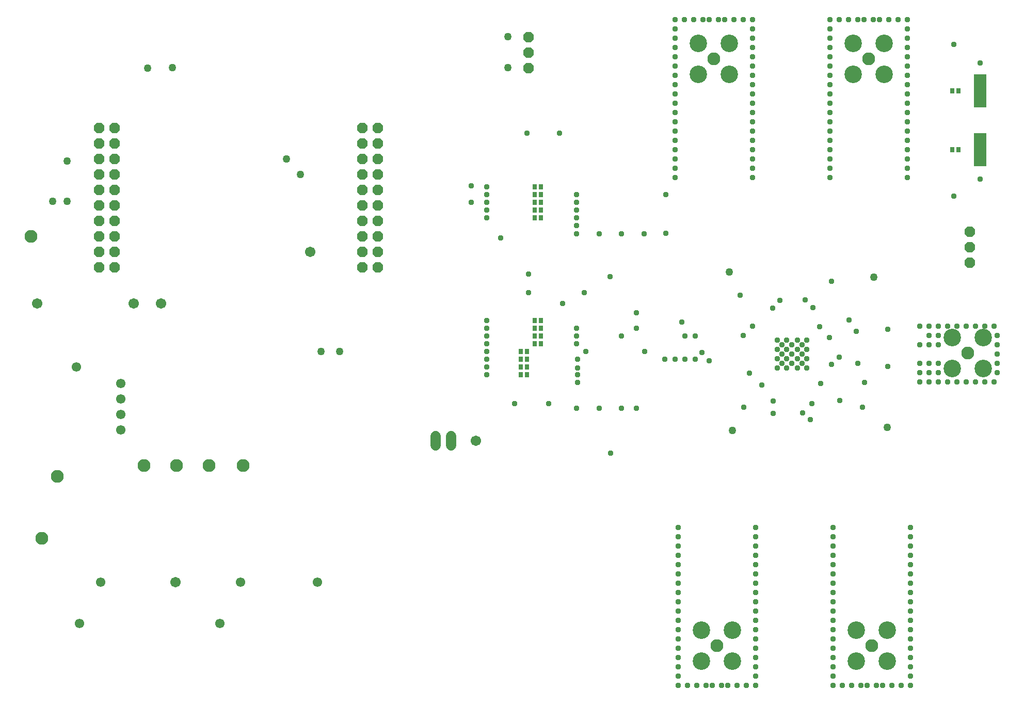
<source format=gbr>
G04 EAGLE Gerber RS-274X export*
G75*
%MOMM*%
%FSLAX34Y34*%
%LPD*%
%INSoldermask Bottom*%
%IPPOS*%
%AMOC8*
5,1,8,0,0,1.08239X$1,22.5*%
G01*
%ADD10R,2.133600X5.537200*%
%ADD11R,0.803200X0.903200*%
%ADD12P,1.852186X8X112.500000*%
%ADD13C,2.108200*%
%ADD14C,2.870200*%
%ADD15P,1.852186X8X292.500000*%
%ADD16C,1.711200*%
%ADD17C,1.553200*%
%ADD18C,1.703200*%
%ADD19C,0.959600*%
%ADD20C,1.259600*%


D10*
X1597914Y904367D03*
X1597914Y1000887D03*
D11*
X1552020Y904240D03*
X1562020Y904240D03*
X1552020Y1000760D03*
X1562020Y1000760D03*
D12*
X584200Y711200D03*
X609600Y711200D03*
X584200Y736600D03*
X609600Y736600D03*
X584200Y762000D03*
X609600Y762000D03*
X584200Y787400D03*
X609600Y787400D03*
X584200Y812800D03*
X609600Y812800D03*
X584200Y838200D03*
X609600Y838200D03*
X584200Y863600D03*
X609600Y863600D03*
X584200Y889000D03*
X609600Y889000D03*
X584200Y914400D03*
X609600Y914400D03*
X584200Y939800D03*
X609600Y939800D03*
X152400Y711200D03*
X177800Y711200D03*
X152400Y736600D03*
X177800Y736600D03*
X152400Y762000D03*
X177800Y762000D03*
X152400Y787400D03*
X177800Y787400D03*
X152400Y812800D03*
X177800Y812800D03*
X152400Y838200D03*
X177800Y838200D03*
X152400Y863600D03*
X177800Y863600D03*
X152400Y889000D03*
X177800Y889000D03*
X152400Y914400D03*
X177800Y914400D03*
X152400Y939800D03*
X177800Y939800D03*
D13*
X1577340Y570230D03*
D14*
X1551841Y595729D03*
X1602839Y595729D03*
X1602839Y544731D03*
X1551841Y544731D03*
D13*
X1165860Y90170D03*
D14*
X1140361Y115669D03*
X1191359Y115669D03*
X1191359Y64671D03*
X1140361Y64671D03*
D13*
X1419860Y90170D03*
D14*
X1394361Y115669D03*
X1445359Y115669D03*
X1445359Y64671D03*
X1394361Y64671D03*
D13*
X1414780Y1052830D03*
D14*
X1389281Y1078329D03*
X1440279Y1078329D03*
X1440279Y1027331D03*
X1389281Y1027331D03*
D13*
X1160780Y1052830D03*
D14*
X1135281Y1078329D03*
X1186279Y1078329D03*
X1186279Y1027331D03*
X1135281Y1027331D03*
D12*
X1580642Y718820D03*
X1580642Y744220D03*
X1580642Y769620D03*
D15*
X857250Y1088898D03*
X857250Y1063498D03*
X857250Y1038098D03*
D11*
X867490Y830580D03*
X877490Y830580D03*
X867490Y817880D03*
X877490Y817880D03*
X867490Y805180D03*
X877490Y805180D03*
X867490Y792480D03*
X877490Y792480D03*
X867490Y623570D03*
X877490Y623570D03*
X867490Y610870D03*
X877490Y610870D03*
X867490Y598170D03*
X877490Y598170D03*
X867490Y585470D03*
X877490Y585470D03*
D16*
X704850Y434260D02*
X704850Y419180D01*
X730250Y419180D02*
X730250Y434260D01*
D11*
X867490Y843280D03*
X877490Y843280D03*
X844630Y572770D03*
X854630Y572770D03*
X844630Y560070D03*
X854630Y560070D03*
X844630Y547370D03*
X854630Y547370D03*
X844630Y534670D03*
X854630Y534670D03*
D17*
X154940Y194310D03*
X384810Y194310D03*
X510540Y194310D03*
X120650Y127000D03*
X350520Y127000D03*
D13*
X332740Y386080D03*
X83820Y368300D03*
X40640Y762000D03*
D18*
X278130Y194310D03*
D19*
X1404620Y481330D03*
X1554480Y1076960D03*
X1554480Y828040D03*
X1408430Y521970D03*
X1334770Y613410D03*
X1383030Y624840D03*
X1353820Y688340D03*
X1203960Y665480D03*
X1367790Y492760D03*
X1210310Y481330D03*
X1306830Y472440D03*
X1322070Y487680D03*
X1141730Y571500D03*
X854710Y930910D03*
X834390Y487680D03*
D20*
X822960Y1038860D03*
D19*
X811530Y759460D03*
X990600Y695960D03*
X991870Y406400D03*
D17*
X187960Y444500D03*
X187960Y469900D03*
X187960Y495300D03*
X187960Y520700D03*
D19*
X1097280Y1117600D03*
X1224280Y1117600D03*
X1112520Y1117600D03*
X1127760Y1117600D03*
X1209040Y1117600D03*
X1193800Y1117600D03*
X1178560Y1117600D03*
X1143000Y1117600D03*
X1168400Y1117600D03*
X1153160Y1117600D03*
X1097280Y1102360D03*
X1097280Y1087120D03*
X1097280Y1071880D03*
X1097280Y1056640D03*
X1097280Y1041400D03*
X1097280Y1026160D03*
X1224280Y1102360D03*
X1224280Y1087120D03*
X1224280Y1071880D03*
X1224280Y1056640D03*
X1224280Y1041400D03*
X1224280Y1026160D03*
X1097280Y1010920D03*
X1224280Y1010920D03*
X1097280Y995680D03*
X1224280Y995680D03*
X1097280Y980440D03*
X1097280Y965200D03*
X1097280Y949960D03*
X1097280Y934720D03*
X1097280Y919480D03*
X1097280Y904240D03*
X1097280Y889000D03*
X1097280Y873760D03*
X1097280Y858520D03*
X1224280Y980440D03*
X1224280Y965200D03*
X1224280Y949960D03*
X1224280Y934720D03*
X1224280Y919480D03*
X1224280Y904240D03*
X1224280Y889000D03*
X1224280Y873760D03*
X1224280Y858520D03*
X1351280Y1117600D03*
X1478280Y1117600D03*
X1366520Y1117600D03*
X1381760Y1117600D03*
X1463040Y1117600D03*
X1447800Y1117600D03*
X1432560Y1117600D03*
X1397000Y1117600D03*
X1422400Y1117600D03*
X1407160Y1117600D03*
X1351280Y1102360D03*
X1351280Y1087120D03*
X1351280Y1071880D03*
X1351280Y1056640D03*
X1351280Y1041400D03*
X1351280Y1026160D03*
X1478280Y1102360D03*
X1478280Y1087120D03*
X1478280Y1071880D03*
X1478280Y1056640D03*
X1478280Y1041400D03*
X1478280Y1026160D03*
X1351280Y1010920D03*
X1478280Y1010920D03*
X1351280Y995680D03*
X1478280Y995680D03*
X1351280Y980440D03*
X1351280Y965200D03*
X1351280Y949960D03*
X1351280Y934720D03*
X1351280Y919480D03*
X1351280Y904240D03*
X1351280Y889000D03*
X1351280Y873760D03*
X1351280Y858520D03*
X1478280Y980440D03*
X1478280Y965200D03*
X1478280Y949960D03*
X1478280Y934720D03*
X1478280Y919480D03*
X1478280Y904240D03*
X1478280Y889000D03*
X1478280Y873760D03*
X1478280Y858520D03*
X1483360Y25400D03*
X1356360Y25400D03*
X1468120Y25400D03*
X1452880Y25400D03*
X1371600Y25400D03*
X1386840Y25400D03*
X1402080Y25400D03*
X1437640Y25400D03*
X1412240Y25400D03*
X1427480Y25400D03*
X1483360Y40640D03*
X1483360Y55880D03*
X1483360Y71120D03*
X1483360Y86360D03*
X1483360Y101600D03*
X1483360Y116840D03*
X1356360Y40640D03*
X1356360Y55880D03*
X1356360Y71120D03*
X1356360Y86360D03*
X1356360Y101600D03*
X1356360Y116840D03*
X1483360Y132080D03*
X1356360Y132080D03*
X1483360Y147320D03*
X1356360Y147320D03*
X1483360Y162560D03*
X1483360Y177800D03*
X1483360Y193040D03*
X1483360Y208280D03*
X1483360Y223520D03*
X1483360Y238760D03*
X1483360Y254000D03*
X1483360Y269240D03*
X1483360Y284480D03*
X1356360Y162560D03*
X1356360Y177800D03*
X1356360Y193040D03*
X1356360Y208280D03*
X1356360Y223520D03*
X1356360Y238760D03*
X1356360Y254000D03*
X1356360Y269240D03*
X1356360Y284480D03*
X1229360Y25400D03*
X1102360Y25400D03*
X1214120Y25400D03*
X1198880Y25400D03*
X1117600Y25400D03*
X1132840Y25400D03*
X1148080Y25400D03*
X1183640Y25400D03*
X1158240Y25400D03*
X1173480Y25400D03*
X1229360Y40640D03*
X1229360Y55880D03*
X1229360Y71120D03*
X1229360Y86360D03*
X1229360Y101600D03*
X1229360Y116840D03*
X1102360Y40640D03*
X1102360Y55880D03*
X1102360Y71120D03*
X1102360Y86360D03*
X1102360Y101600D03*
X1102360Y116840D03*
X1229360Y132080D03*
X1102360Y132080D03*
X1229360Y147320D03*
X1102360Y147320D03*
X1229360Y162560D03*
X1229360Y177800D03*
X1229360Y193040D03*
X1229360Y208280D03*
X1229360Y223520D03*
X1229360Y238760D03*
X1229360Y254000D03*
X1229360Y269240D03*
X1229360Y284480D03*
X1102360Y162560D03*
X1102360Y177800D03*
X1102360Y193040D03*
X1102360Y208280D03*
X1102360Y223520D03*
X1102360Y238760D03*
X1102360Y254000D03*
X1102360Y269240D03*
X1102360Y284480D03*
X1620520Y614680D03*
X1620520Y523240D03*
X1625600Y599440D03*
X1625600Y584200D03*
X1625600Y568960D03*
X1625600Y553720D03*
X1625600Y538480D03*
X1605280Y614680D03*
X1590040Y614680D03*
X1574800Y614680D03*
X1559560Y614680D03*
X1544320Y614680D03*
X1529080Y614680D03*
X1513840Y614680D03*
X1498600Y614680D03*
X1605280Y523240D03*
X1590040Y523240D03*
X1574800Y523240D03*
X1559560Y523240D03*
X1544320Y523240D03*
X1529080Y523240D03*
X1513840Y523240D03*
X1498600Y523240D03*
X1529080Y538480D03*
X1529080Y553720D03*
X1513840Y538480D03*
X1498600Y538480D03*
X1498600Y553720D03*
X1513840Y553720D03*
X1513840Y599440D03*
X1513840Y584200D03*
X1529080Y599440D03*
X1529080Y584200D03*
X1498600Y584200D03*
X1224280Y614680D03*
X1239520Y518160D03*
X1446530Y609600D03*
X1446530Y548640D03*
X1264920Y591820D03*
X1313180Y591820D03*
X1313180Y546100D03*
X1264920Y546100D03*
X1280160Y591820D03*
X1297940Y591820D03*
X1280160Y546100D03*
X1297940Y546100D03*
X1264920Y561340D03*
X1264920Y576580D03*
X1313180Y561340D03*
X1313180Y576580D03*
X1280160Y561340D03*
X1297940Y561340D03*
X1297940Y576580D03*
X1280160Y576580D03*
X1272540Y553720D03*
X1272540Y568960D03*
X1272540Y584200D03*
X1305560Y584200D03*
X1305560Y568960D03*
X1305560Y553720D03*
X1289050Y584200D03*
X1289050Y568960D03*
X1289050Y553720D03*
D18*
X499110Y736600D03*
X770890Y426720D03*
D19*
X935990Y585470D03*
X857250Y699770D03*
X972820Y480060D03*
X1130300Y560070D03*
X1130300Y598170D03*
X935990Y610870D03*
X1033780Y480060D03*
X1033780Y610870D03*
X935990Y779780D03*
X935990Y765810D03*
X935990Y792480D03*
X972820Y765810D03*
X935990Y805180D03*
X1009650Y765810D03*
X935990Y817626D03*
X1046480Y765810D03*
X937260Y560070D03*
X937260Y534670D03*
X937260Y521970D03*
X937260Y546100D03*
X1080770Y560070D03*
X1047750Y572770D03*
X951230Y572770D03*
X935990Y480060D03*
D20*
X459740Y889000D03*
D19*
X788670Y534670D03*
D20*
X482600Y863600D03*
D19*
X788670Y547370D03*
X788670Y560070D03*
X788670Y805180D03*
X788670Y817880D03*
X763270Y817880D03*
X763270Y844550D03*
X788670Y830580D03*
D20*
X547370Y572770D03*
X516890Y572770D03*
D19*
X788670Y572770D03*
X788670Y792480D03*
D20*
X273050Y1038860D03*
X232410Y1037590D03*
D19*
X788670Y843280D03*
X1597660Y855980D03*
X1597660Y1046480D03*
X1113790Y560070D03*
X1113790Y598170D03*
X935990Y598170D03*
X1009650Y480060D03*
X1009650Y598170D03*
X1397000Y553720D03*
X1394460Y605790D03*
D20*
X100330Y885190D03*
X100330Y819150D03*
X76200Y819150D03*
D17*
X115570Y547370D03*
D18*
X209550Y651510D03*
X50800Y651510D03*
X254000Y651510D03*
D13*
X226060Y386080D03*
X58420Y266700D03*
X388620Y386080D03*
D19*
X1336040Y520700D03*
X1354455Y551815D03*
X1366520Y563880D03*
X1350645Y596265D03*
X1323340Y645160D03*
X1310640Y657860D03*
X1269365Y657225D03*
X1257300Y643890D03*
D20*
X1423670Y694690D03*
X1186180Y703580D03*
X1445260Y448310D03*
D19*
X1258570Y471170D03*
X1258570Y491490D03*
X1319530Y461010D03*
D20*
X1191260Y443230D03*
D19*
X1219125Y537285D03*
X1209040Y599440D03*
D13*
X279400Y386080D03*
D19*
X908050Y930910D03*
X890270Y487680D03*
D20*
X822960Y1089660D03*
D19*
X913130Y651510D03*
X1153160Y557530D03*
X1033780Y636270D03*
X857250Y669290D03*
X948690Y669290D03*
X1097280Y560070D03*
X1108710Y621030D03*
X788670Y598170D03*
X788670Y623570D03*
X788670Y610870D03*
X788670Y585470D03*
X1082040Y767080D03*
X1082040Y830580D03*
X935990Y830580D03*
M02*

</source>
